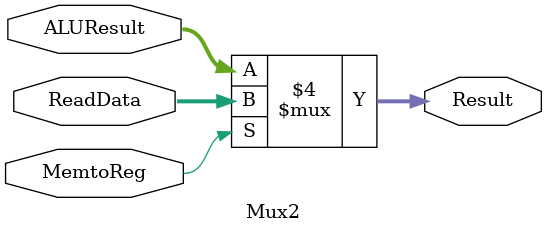
<source format=v>
`timescale 1ns / 1ps


module Mux2(
    input      [31:0] ReadData,
    input      [31:0] ALUResult,
    input             MemtoReg,
    output reg [31:0] Result
    );
    
    always @(*) begin
        if (MemtoReg == 0) begin
            Result = ALUResult;
        end else begin
            Result = ReadData;
        end
    end
    
endmodule

</source>
